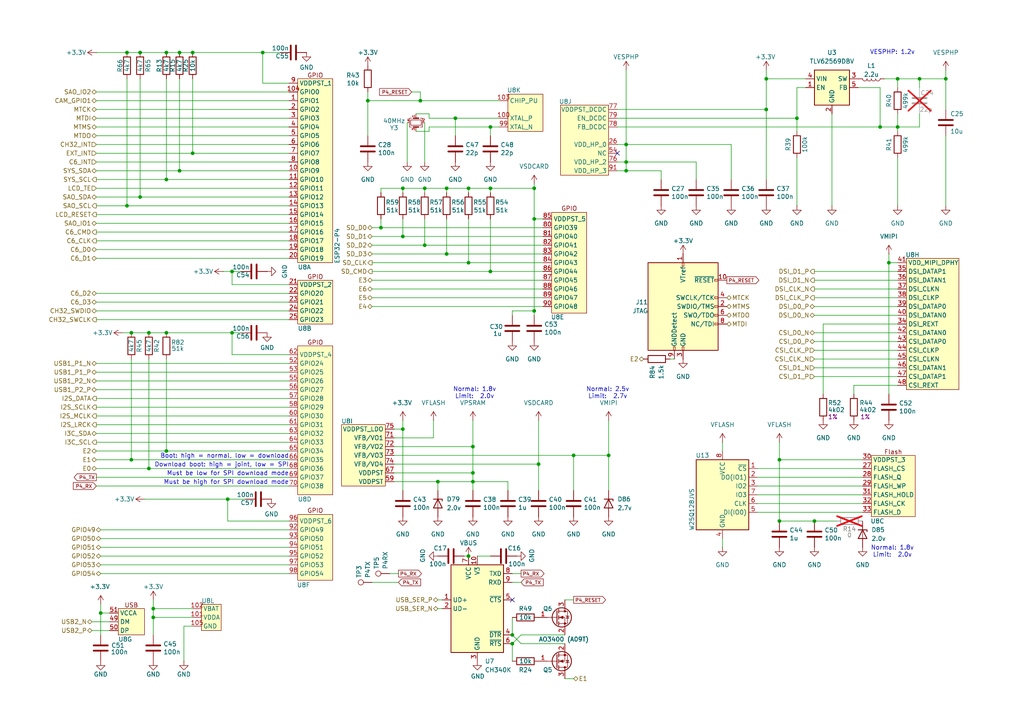
<source format=kicad_sch>
(kicad_sch (version 20231120) (generator "eeschema") (generator_version "8.0")
  (paper "A4")
  (title_block (title "WHY2025 badge") (date "2024-09-12") (rev "Prototype 2") (company "Badge.Team") (comment 1 "Copyright 2024 Nicolai Electronics") (comment 2 "License: CERN-OHL-P") (comment 3 "Untested prototype design") (comment 4 "(Work in progress!)"))
  (junction (at 156.21 134.62))
  (junction (at 142.24 36.83))
  (junction (at 222.25 31.75))
  (junction (at 40.64 15.24))
  (junction (at 266.7 22.86))
  (junction (at 148.59 186.69))
  (junction (at 76.2 15.24))
  (junction (at 52.07 49.53))
  (junction (at 55.88 44.45))
  (junction (at 48.26 130.81))
  (junction (at 181.61 46.99))
  (junction (at 154.94 54.61))
  (junction (at 231.14 34.29))
  (junction (at 135.89 76.2))
  (junction (at 43.18 135.89))
  (junction (at 135.89 54.61))
  (junction (at 55.88 15.24))
  (junction (at 274.32 22.86))
  (junction (at 137.16 137.16))
  (junction (at 142.24 78.74))
  (junction (at 226.06 133.35))
  (junction (at 181.61 49.53))
  (junction (at 137.16 129.54))
  (junction (at 43.18 96.52))
  (junction (at 116.84 54.61))
  (junction (at 66.04 144.78))
  (junction (at 260.35 36.83))
  (junction (at 106.68 29.21))
  (junction (at 48.26 96.52))
  (junction (at 135.89 161.29))
  (junction (at 222.25 22.86))
  (junction (at 44.45 179.07))
  (junction (at 176.53 132.08))
  (junction (at 129.54 73.66))
  (junction (at 67.31 96.52))
  (junction (at 137.16 139.7))
  (junction (at 116.84 124.46))
  (junction (at 236.22 151.13))
  (junction (at 67.31 78.74))
  (junction (at 48.26 52.07))
  (junction (at 257.81 76.2))
  (junction (at 36.83 59.69))
  (junction (at 123.19 71.12))
  (junction (at 38.1 96.52))
  (junction (at 52.07 15.24))
  (junction (at 260.35 22.86))
  (junction (at 127 139.7))
  (junction (at 181.61 41.91))
  (junction (at 166.37 132.08))
  (junction (at 116.84 68.58))
  (junction (at 148.59 184.15))
  (junction (at 142.24 54.61))
  (junction (at 40.64 57.15))
  (junction (at 154.94 63.5))
  (junction (at 226.06 151.13))
  (junction (at 44.45 176.53))
  (junction (at 29.21 177.8))
  (junction (at 123.19 54.61))
  (junction (at 129.54 54.61))
  (junction (at 132.08 34.29))
  (junction (at 121.92 29.21))
  (junction (at 48.26 15.24))
  (junction (at 110.49 66.04))
  (junction (at 154.94 90.17))
  (junction (at 38.1 133.35))
  (junction (at 255.27 36.83))
  (junction (at 36.83 15.24))
  (no_connect (at 179.07 44.45))
  (no_connect (at 148.59 173.99))
  (wire (pts (xy 106.68 29.21) (xy 106.68 39.37)))
  (wire (pts (xy 83.82 24.13) (xy 76.2 24.13)))
  (wire (pts (xy 274.32 20.32) (xy 274.32 22.86)))
  (wire (pts (xy 107.95 88.9) (xy 157.48 88.9)))
  (wire (pts (xy 27.94 36.83) (xy 83.82 36.83)))
  (wire (pts (xy 67.31 78.74) (xy 67.31 82.55)))
  (wire (pts (xy 66.04 144.78) (xy 71.12 144.78)))
  (wire (pts (xy 142.24 36.83) (xy 124.46 36.83)))
  (wire (pts (xy 132.08 34.29) (xy 132.08 39.37)))
  (wire (pts (xy 29.21 156.21) (xy 83.82 156.21)))
  (wire (pts (xy 179.07 34.29) (xy 231.14 34.29)))
  (wire (pts (xy 137.16 121.92) (xy 137.16 129.54)))
  (wire (pts (xy 48.26 96.52) (xy 67.31 96.52)))
  (wire (pts (xy 29.21 166.37) (xy 83.82 166.37)))
  (wire (pts (xy 124.46 33.02) (xy 120.65 33.02)))
  (wire (pts (xy 116.84 63.5) (xy 116.84 68.58)))
  (wire (pts (xy 250.19 133.35) (xy 226.06 133.35)))
  (wire (pts (xy 48.26 130.81) (xy 83.82 130.81)))
  (wire (pts (xy 26.67 180.34) (xy 31.75 180.34)))
  (wire (pts (xy 27.94 54.61) (xy 83.82 54.61)))
  (wire (pts (xy 142.24 78.74) (xy 157.48 78.74)))
  (wire (pts (xy 142.24 63.5) (xy 142.24 78.74)))
  (wire (pts (xy 194.31 104.14) (xy 195.58 104.14)))
  (wire (pts (xy 151.13 168.91) (xy 148.59 168.91)))
  (wire (pts (xy 29.21 161.29) (xy 83.82 161.29)))
  (wire (pts (xy 114.3 137.16) (xy 137.16 137.16)))
  (wire (pts (xy 142.24 36.83) (xy 142.24 39.37)))
  (wire (pts (xy 212.09 41.91) (xy 212.09 52.07)))
  (wire (pts (xy 27.94 118.11) (xy 83.82 118.11)))
  (wire (pts (xy 181.61 49.53) (xy 191.77 49.53)))
  (wire (pts (xy 27.94 31.75) (xy 83.82 31.75)))
  (wire (pts (xy 116.84 121.92) (xy 116.84 124.46)))
  (wire (pts (xy 179.07 46.99) (xy 181.61 46.99)))
  (wire (pts (xy 156.21 134.62) (xy 156.21 142.24)))
  (wire (pts (xy 27.94 46.99) (xy 83.82 46.99)))
  (wire (pts (xy 27.94 41.91) (xy 83.82 41.91)))
  (wire (pts (xy 127 139.7) (xy 127 142.24)))
  (wire (pts (xy 40.64 15.24) (xy 48.26 15.24)))
  (wire (pts (xy 107.95 83.82) (xy 157.48 83.82)))
  (wire (pts (xy 27.94 72.39) (xy 83.82 72.39)))
  (wire (pts (xy 236.22 81.28) (xy 260.35 81.28)))
  (wire (pts (xy 106.68 29.21) (xy 121.92 29.21)))
  (wire (pts (xy 110.49 63.5) (xy 110.49 66.04)))
  (wire (pts (xy 127 139.7) (xy 137.16 139.7)))
  (wire (pts (xy 219.71 143.51) (xy 250.19 143.51)))
  (wire (pts (xy 55.88 176.53) (xy 44.45 176.53)))
  (wire (pts (xy 55.88 181.61) (xy 53.34 181.61)))
  (wire (pts (xy 181.61 46.99) (xy 181.61 49.53)))
  (wire (pts (xy 27.94 140.97) (xy 83.82 140.97)))
  (wire (pts (xy 52.07 22.86) (xy 52.07 49.53)))
  (wire (pts (xy 179.07 31.75) (xy 222.25 31.75)))
  (wire (pts (xy 179.07 36.83) (xy 255.27 36.83)))
  (wire (pts (xy 176.53 142.24) (xy 176.53 132.08)))
  (wire (pts (xy 27.94 62.23) (xy 83.82 62.23)))
  (wire (pts (xy 27.94 110.49) (xy 83.82 110.49)))
  (wire (pts (xy 148.59 184.15) (xy 148.59 179.07)))
  (wire (pts (xy 151.13 166.37) (xy 148.59 166.37)))
  (wire (pts (xy 137.16 137.16) (xy 137.16 139.7)))
  (wire (pts (xy 147.32 139.7) (xy 147.32 142.24)))
  (wire (pts (xy 124.46 36.83) (xy 124.46 38.1)))
  (wire (pts (xy 154.94 63.5) (xy 154.94 90.17)))
  (wire (pts (xy 48.26 104.14) (xy 48.26 130.81)))
  (wire (pts (xy 29.21 175.26) (xy 29.21 177.8)))
  (wire (pts (xy 148.59 186.69) (xy 151.13 184.15)))
  (wire (pts (xy 132.08 34.29) (xy 124.46 34.29)))
  (wire (pts (xy 222.25 22.86) (xy 233.68 22.86)))
  (wire (pts (xy 116.84 68.58) (xy 157.48 68.58)))
  (wire (pts (xy 154.94 54.61) (xy 154.94 63.5)))
  (wire (pts (xy 114.3 134.62) (xy 156.21 134.62)))
  (wire (pts (xy 67.31 96.52) (xy 69.85 96.52)))
  (wire (pts (xy 36.83 15.24) (xy 40.64 15.24)))
  (wire (pts (xy 38.1 133.35) (xy 83.82 133.35)))
  (wire (pts (xy 201.93 46.99) (xy 201.93 52.07)))
  (wire (pts (xy 55.88 15.24) (xy 76.2 15.24)))
  (wire (pts (xy 166.37 132.08) (xy 166.37 142.24)))
  (wire (pts (xy 256.54 22.86) (xy 260.35 22.86)))
  (wire (pts (xy 148.59 186.69) (xy 148.59 191.77)))
  (wire (pts (xy 29.21 158.75) (xy 83.82 158.75)))
  (wire (pts (xy 266.7 22.86) (xy 274.32 22.86)))
  (wire (pts (xy 274.32 39.37) (xy 274.32 59.69)))
  (wire (pts (xy 123.19 63.5) (xy 123.19 71.12)))
  (wire (pts (xy 64.77 78.74) (xy 67.31 78.74)))
  (wire (pts (xy 129.54 73.66) (xy 157.48 73.66)))
  (wire (pts (xy 27.94 125.73) (xy 83.82 125.73)))
  (wire (pts (xy 166.37 173.99) (xy 163.83 173.99)))
  (wire (pts (xy 115.57 168.91) (xy 107.95 168.91)))
  (wire (pts (xy 44.45 176.53) (xy 44.45 179.07)))
  (wire (pts (xy 142.24 54.61) (xy 142.24 55.88)))
  (wire (pts (xy 67.31 82.55) (xy 83.82 82.55)))
  (wire (pts (xy 27.94 64.77) (xy 83.82 64.77)))
  (wire (pts (xy 123.19 54.61) (xy 123.19 55.88)))
  (wire (pts (xy 114.3 132.08) (xy 166.37 132.08)))
  (wire (pts (xy 107.95 73.66) (xy 129.54 73.66)))
  (wire (pts (xy 27.94 107.95) (xy 83.82 107.95)))
  (wire (pts (xy 236.22 91.44) (xy 260.35 91.44)))
  (wire (pts (xy 106.68 26.67) (xy 106.68 29.21)))
  (wire (pts (xy 116.84 124.46) (xy 116.84 142.24)))
  (wire (pts (xy 274.32 22.86) (xy 274.32 31.75)))
  (wire (pts (xy 43.18 96.52) (xy 48.26 96.52)))
  (wire (pts (xy 66.04 144.78) (xy 66.04 151.13)))
  (wire (pts (xy 181.61 46.99) (xy 201.93 46.99)))
  (wire (pts (xy 76.2 15.24) (xy 76.2 24.13)))
  (wire (pts (xy 156.21 121.92) (xy 156.21 134.62)))
  (wire (pts (xy 129.54 54.61) (xy 129.54 55.88)))
  (wire (pts (xy 48.26 15.24) (xy 52.07 15.24)))
  (wire (pts (xy 110.49 54.61) (xy 110.49 55.88)))
  (wire (pts (xy 151.13 184.15) (xy 163.83 184.15)))
  (wire (pts (xy 129.54 54.61) (xy 123.19 54.61)))
  (wire (pts (xy 27.94 128.27) (xy 83.82 128.27)))
  (wire (pts (xy 27.94 115.57) (xy 83.82 115.57)))
  (wire (pts (xy 29.21 177.8) (xy 31.75 177.8)))
  (wire (pts (xy 83.82 151.13) (xy 66.04 151.13)))
  (wire (pts (xy 48.26 22.86) (xy 48.26 52.07)))
  (wire (pts (xy 125.73 121.92) (xy 125.73 127)))
  (wire (pts (xy 236.22 101.6) (xy 260.35 101.6)))
  (wire (pts (xy 226.06 128.27) (xy 226.06 133.35)))
  (wire (pts (xy 36.83 22.86) (xy 36.83 59.69)))
  (wire (pts (xy 236.22 151.13) (xy 242.57 151.13)))
  (wire (pts (xy 241.3 33.02) (xy 241.3 59.69)))
  (wire (pts (xy 219.71 146.05) (xy 250.19 146.05)))
  (wire (pts (xy 27.94 85.09) (xy 83.82 85.09)))
  (wire (pts (xy 27.94 67.31) (xy 83.82 67.31)))
  (wire (pts (xy 44.45 179.07) (xy 55.88 179.07)))
  (wire (pts (xy 219.71 138.43) (xy 250.19 138.43)))
  (wire (pts (xy 135.89 54.61) (xy 135.89 55.88)))
  (wire (pts (xy 154.94 90.17) (xy 154.94 91.44)))
  (wire (pts (xy 27.94 26.67) (xy 83.82 26.67)))
  (wire (pts (xy 137.16 129.54) (xy 137.16 137.16)))
  (wire (pts (xy 27.94 87.63) (xy 83.82 87.63)))
  (wire (pts (xy 121.92 29.21) (xy 144.78 29.21)))
  (wire (pts (xy 151.13 186.69) (xy 163.83 186.69)))
  (wire (pts (xy 191.77 49.53) (xy 191.77 52.07)))
  (wire (pts (xy 55.88 22.86) (xy 55.88 44.45)))
  (wire (pts (xy 107.95 81.28) (xy 157.48 81.28)))
  (wire (pts (xy 179.07 49.53) (xy 181.61 49.53)))
  (wire (pts (xy 27.94 105.41) (xy 83.82 105.41)))
  (wire (pts (xy 134.62 161.29) (xy 135.89 161.29)))
  (wire (pts (xy 247.65 111.76) (xy 247.65 114.3)))
  (wire (pts (xy 35.56 96.52) (xy 38.1 96.52)))
  (wire (pts (xy 52.07 15.24) (xy 55.88 15.24)))
  (wire (pts (xy 148.59 91.44) (xy 148.59 90.17)))
  (wire (pts (xy 135.89 54.61) (xy 129.54 54.61)))
  (wire (pts (xy 257.81 76.2) (xy 257.81 114.3)))
  (wire (pts (xy 219.71 148.59) (xy 250.19 148.59)))
  (wire (pts (xy 27.94 39.37) (xy 83.82 39.37)))
  (wire (pts (xy 52.07 49.53) (xy 83.82 49.53)))
  (wire (pts (xy 129.54 63.5) (xy 129.54 73.66)))
  (wire (pts (xy 176.53 132.08) (xy 166.37 132.08)))
  (wire (pts (xy 238.76 93.98) (xy 238.76 114.3)))
  (wire (pts (xy 27.94 90.17) (xy 83.82 90.17)))
  (wire (pts (xy 38.1 96.52) (xy 43.18 96.52)))
  (wire (pts (xy 248.92 25.4) (xy 255.27 25.4)))
  (wire (pts (xy 29.21 153.67) (xy 83.82 153.67)))
  (wire (pts (xy 44.45 176.53) (xy 44.45 173.99)))
  (wire (pts (xy 266.7 22.86) (xy 266.7 25.4)))
  (wire (pts (xy 179.07 41.91) (xy 181.61 41.91)))
  (wire (pts (xy 260.35 59.69) (xy 260.35 45.72)))
  (wire (pts (xy 255.27 36.83) (xy 260.35 36.83)))
  (wire (pts (xy 260.35 111.76) (xy 247.65 111.76)))
  (wire (pts (xy 127 173.99) (xy 128.27 173.99)))
  (wire (pts (xy 29.21 163.83) (xy 83.82 163.83)))
  (wire (pts (xy 27.94 44.45) (xy 55.88 44.45)))
  (wire (pts (xy 43.18 104.14) (xy 43.18 135.89)))
  (wire (pts (xy 236.22 83.82) (xy 260.35 83.82)))
  (wire (pts (xy 260.35 22.86) (xy 260.35 25.4)))
  (wire (pts (xy 260.35 93.98) (xy 238.76 93.98)))
  (wire (pts (xy 166.37 196.85) (xy 163.83 196.85)))
  (wire (pts (xy 27.94 133.35) (xy 38.1 133.35)))
  (wire (pts (xy 107.95 66.04) (xy 110.49 66.04)))
  (wire (pts (xy 107.95 71.12) (xy 123.19 71.12)))
  (wire (pts (xy 27.94 15.24) (xy 36.83 15.24)))
  (wire (pts (xy 27.94 52.07) (xy 48.26 52.07)))
  (wire (pts (xy 44.45 179.07) (xy 44.45 184.15)))
  (wire (pts (xy 36.83 59.69) (xy 83.82 59.69)))
  (wire (pts (xy 138.43 161.29) (xy 142.24 161.29)))
  (wire (pts (xy 107.95 68.58) (xy 116.84 68.58)))
  (wire (pts (xy 236.22 86.36) (xy 260.35 86.36)))
  (wire (pts (xy 219.71 140.97) (xy 250.19 140.97)))
  (wire (pts (xy 114.3 139.7) (xy 127 139.7)))
  (wire (pts (xy 236.22 106.68) (xy 260.35 106.68)))
  (wire (pts (xy 27.94 59.69) (xy 36.83 59.69)))
  (wire (pts (xy 40.64 22.86) (xy 40.64 57.15)))
  (wire (pts (xy 27.94 138.43) (xy 83.82 138.43)))
  (wire (pts (xy 137.16 139.7) (xy 137.16 142.24)))
  (wire (pts (xy 231.14 59.69) (xy 231.14 45.72)))
  (wire (pts (xy 231.14 25.4) (xy 231.14 34.29)))
  (wire (pts (xy 48.26 52.07) (xy 83.82 52.07)))
  (wire (pts (xy 144.78 36.83) (xy 142.24 36.83)))
  (wire (pts (xy 266.7 22.86) (xy 260.35 22.86)))
  (wire (pts (xy 181.61 41.91) (xy 181.61 46.99)))
  (wire (pts (xy 124.46 38.1) (xy 120.65 38.1)))
  (wire (pts (xy 260.35 76.2) (xy 257.81 76.2)))
  (wire (pts (xy 107.95 78.74) (xy 142.24 78.74)))
  (wire (pts (xy 107.95 76.2) (xy 135.89 76.2)))
  (wire (pts (xy 236.22 109.22) (xy 260.35 109.22)))
  (wire (pts (xy 26.67 182.88) (xy 31.75 182.88)))
  (wire (pts (xy 209.55 158.75) (xy 209.55 156.21)))
  (wire (pts (xy 27.94 130.81) (xy 48.26 130.81)))
  (wire (pts (xy 27.94 123.19) (xy 83.82 123.19)))
  (wire (pts (xy 222.25 31.75) (xy 222.25 22.86)))
  (wire (pts (xy 226.06 151.13) (xy 236.22 151.13)))
  (wire (pts (xy 124.46 34.29) (xy 124.46 33.02)))
  (wire (pts (xy 236.22 78.74) (xy 260.35 78.74)))
  (wire (pts (xy 29.21 184.15) (xy 29.21 177.8)))
  (wire (pts (xy 116.84 54.61) (xy 110.49 54.61)))
  (wire (pts (xy 148.59 184.15) (xy 151.13 186.69)))
  (wire (pts (xy 260.35 36.83) (xy 260.35 33.02)))
  (wire (pts (xy 27.94 92.71) (xy 83.82 92.71)))
  (wire (pts (xy 236.22 104.14) (xy 260.35 104.14)))
  (wire (pts (xy 176.53 121.92) (xy 176.53 132.08)))
  (wire (pts (xy 154.94 63.5) (xy 157.48 63.5)))
  (wire (pts (xy 27.94 113.03) (xy 83.82 113.03)))
  (wire (pts (xy 154.94 53.34) (xy 154.94 54.61)))
  (wire (pts (xy 181.61 41.91) (xy 212.09 41.91)))
  (wire (pts (xy 41.91 144.78) (xy 66.04 144.78)))
  (wire (pts (xy 53.34 181.61) (xy 53.34 191.77)))
  (wire (pts (xy 27.94 29.21) (xy 83.82 29.21)))
  (wire (pts (xy 266.7 36.83) (xy 266.7 33.02)))
  (wire (pts (xy 107.95 86.36) (xy 157.48 86.36)))
  (wire (pts (xy 55.88 44.45) (xy 83.82 44.45)))
  (wire (pts (xy 219.71 135.89) (xy 250.19 135.89)))
  (wire (pts (xy 142.24 54.61) (xy 135.89 54.61)))
  (wire (pts (xy 27.94 49.53) (xy 52.07 49.53)))
  (wire (pts (xy 260.35 36.83) (xy 266.7 36.83)))
  (wire (pts (xy 123.19 35.56) (xy 123.19 46.99)))
  (wire (pts (xy 40.64 57.15) (xy 83.82 57.15)))
  (wire (pts (xy 236.22 99.06) (xy 260.35 99.06)))
  (wire (pts (xy 127 176.53) (xy 128.27 176.53)))
  (wire (pts (xy 144.78 34.29) (xy 132.08 34.29)))
  (wire (pts (xy 226.06 133.35) (xy 226.06 151.13)))
  (wire (pts (xy 231.14 25.4) (xy 233.68 25.4)))
  (wire (pts (xy 76.2 15.24) (xy 81.28 15.24)))
  (wire (pts (xy 121.92 26.67) (xy 121.92 29.21)))
  (wire (pts (xy 135.89 76.2) (xy 135.89 63.5)))
  (wire (pts (xy 236.22 96.52) (xy 260.35 96.52)))
  (wire (pts (xy 114.3 127) (xy 125.73 127)))
  (wire (pts (xy 38.1 104.14) (xy 38.1 133.35)))
  (wire (pts (xy 137.16 139.7) (xy 147.32 139.7)))
  (wire (pts (xy 43.18 135.89) (xy 83.82 135.89)))
  (wire (pts (xy 27.94 120.65) (xy 83.82 120.65)))
  (wire (pts (xy 255.27 25.4) (xy 255.27 36.83)))
  (wire (pts (xy 116.84 54.61) (xy 116.84 55.88)))
  (wire (pts (xy 114.3 124.46) (xy 116.84 124.46)))
  (wire (pts (xy 135.89 76.2) (xy 157.48 76.2)))
  (wire (pts (xy 222.25 20.32) (xy 222.25 22.86)))
  (wire (pts (xy 67.31 96.52) (xy 67.31 102.87)))
  (wire (pts (xy 222.25 31.75) (xy 222.25 52.07)))
  (wire (pts (xy 118.11 35.56) (xy 118.11 46.99)))
  (wire (pts (xy 114.3 129.54) (xy 137.16 129.54)))
  (wire (pts (xy 27.94 57.15) (xy 40.64 57.15)))
  (wire (pts (xy 27.94 69.85) (xy 83.82 69.85)))
  (wire (pts (xy 67.31 78.74) (xy 69.85 78.74)))
  (wire (pts (xy 236.22 88.9) (xy 260.35 88.9)))
  (wire (pts (xy 27.94 74.93) (xy 83.82 74.93)))
  (wire (pts (xy 209.55 128.27) (xy 209.55 130.81)))
  (wire (pts (xy 257.81 76.2) (xy 257.81 73.66)))
  (wire (pts (xy 67.31 102.87) (xy 83.82 102.87)))
  (wire (pts (xy 123.19 71.12) (xy 157.48 71.12)))
  (wire (pts (xy 113.03 166.37) (xy 115.57 166.37)))
  (wire (pts (xy 27.94 135.89) (xy 43.18 135.89)))
  (wire (pts (xy 260.35 38.1) (xy 260.35 36.83)))
  (wire (pts (xy 119.38 26.67) (xy 121.92 26.67)))
  (wire (pts (xy 181.61 20.32) (xy 181.61 41.91)))
  (wire (pts (xy 142.24 54.61) (xy 154.94 54.61)))
  (wire (pts (xy 148.59 90.17) (xy 154.94 90.17)))
  (wire (pts (xy 123.19 54.61) (xy 116.84 54.61)))
  (wire (pts (xy 27.94 34.29) (xy 83.82 34.29)))
  (wire (pts (xy 231.14 34.29) (xy 231.14 38.1)))
  (wire (pts (xy 110.49 66.04) (xy 157.48 66.04)))
  (text "Normal: 1.8v\nLimit:  2.0v\n" (at 137.668 114.046 0) (effects (font (size 1.27 1.27))))
  (text "Boot: high = normal, low = download" (at 83.82 132.334 0) (effects (font (size 1.27 1.27)) (justify right)))
  (text "Must be high for SPI download mode" (at 83.82 139.954 0) (effects (font (size 1.27 1.27)) (justify right)))
  (text "Normal: 1.8v\nLimit:  2.0v\n" (at 258.826 160.02 0) (effects (font (size 1.27 1.27))))
  (text "Normal: 2.5v\nLimit:  2.7v\n" (at 176.276 114.046 0) (effects (font (size 1.27 1.27))))
  (text "Must be low for SPI download mode" (at 83.82 137.414 0) (effects (font (size 1.27 1.27)) (justify right)))
  (text "Download boot: high = joint, low = SPI" (at 83.82 134.874 0) (effects (font (size 1.27 1.27)) (justify right)))
  (text "VESPHP: 1.2v" (at 258.826 15.24 0) (effects (font (size 1.27 1.27))))
  (global_label "P4_RX" (shape input) (at 27.94 140.97 180) (effects (font (size 1.016 1.016))) (property "Intersheetrefs" "${INTERSHEET_REFS}" (effects (hide yes))))
  (global_label "P4_TX" (shape output) (at 27.94 138.43 180) (effects (font (size 1.016 1.016))) (property "Intersheetrefs" "${INTERSHEET_REFS}" (effects (hide yes))))
  (global_label "P4_RESET" (shape input) (at 119.38 26.67 180) (effects (font (size 1.016 1.016))) (property "Intersheetrefs" "${INTERSHEET_REFS}" (effects (hide yes))))
  (global_label "P4_TX" (shape input) (at 151.13 168.91 0) (effects (font (size 1.016 1.016))) (property "Intersheetrefs" "${INTERSHEET_REFS}" (effects (hide yes))))
  (global_label "P4_TX" (shape input) (at 115.57 168.91 0) (effects (font (size 1.016 1.016))) (property "Intersheetrefs" "${INTERSHEET_REFS}" (effects (hide yes))))
  (global_label "P4_RX" (shape output) (at 151.13 166.37 0) (effects (font (size 1.016 1.016))) (property "Intersheetrefs" "${INTERSHEET_REFS}" (effects (hide yes))))
  (global_label "P4_RX" (shape output) (at 115.57 166.37 0) (effects (font (size 1.016 1.016))) (property "Intersheetrefs" "${INTERSHEET_REFS}" (effects (hide yes))))
  (global_label "P4_RESET" (shape output) (at 166.37 173.99 0) (effects (font (size 1.016 1.016))) (property "Intersheetrefs" "${INTERSHEET_REFS}" (effects (hide yes))))
  (global_label "P4_RESET" (shape output) (at 210.82 81.28 0) (effects (font (size 1.016 1.016))) (property "Intersheetrefs" "${INTERSHEET_REFS}" (effects (hide yes))))
  (hierarchical_label "C6_D0" (shape bidirectional) (at 27.94 72.39 180))
  (hierarchical_label "C6_D1" (shape bidirectional) (at 27.94 74.93 180))
  (hierarchical_label "C6_CLK" (shape output) (at 27.94 69.85 180))
  (hierarchical_label "SD_CLK" (shape output) (at 107.95 76.2 180))
  (hierarchical_label "DSI_D0_P" (shape bidirectional) (at 236.22 88.9 180))
  (hierarchical_label "SAO_IO1" (shape bidirectional) (at 27.94 64.77 180))
  (hierarchical_label "CH32_SWDIO" (shape bidirectional) (at 27.94 90.17 180))
  (hierarchical_label "MTCK" (shape bidirectional) (at 210.82 86.36 0))
  (hierarchical_label "USB1_P1_P" (shape bidirectional) (at 27.94 107.95 180))
  (hierarchical_label "SAO_SCL" (shape output) (at 27.94 59.69 180))
  (hierarchical_label "LCD_TE" (shape input) (at 27.94 54.61 180))
  (hierarchical_label "SYS_SCL" (shape output) (at 27.94 52.07 180))
  (hierarchical_label "GPIO53" (shape bidirectional) (at 29.21 163.83 180))
  (hierarchical_label "E2" (shape bidirectional) (at 27.94 130.81 180))
  (hierarchical_label "E1" (shape bidirectional) (at 166.37 196.85 0))
  (hierarchical_label "MTDO" (shape bidirectional) (at 210.82 91.44 0))
  (hierarchical_label "CSI_CLK_N" (shape input) (at 236.22 104.14 180))
  (hierarchical_label "GPIO50" (shape bidirectional) (at 29.21 156.21 180))
  (hierarchical_label "LCD_RESET" (shape output) (at 27.94 62.23 180))
  (hierarchical_label "CSI_CLK_P" (shape input) (at 236.22 101.6 180))
  (hierarchical_label "I2S_DATA" (shape output) (at 27.94 115.57 180))
  (hierarchical_label "E1" (shape bidirectional) (at 27.94 133.35 180))
  (hierarchical_label "DSI_CLK_N" (shape output) (at 236.22 83.82 180))
  (hierarchical_label "USB1_P2_P" (shape bidirectional) (at 27.94 113.03 180))
  (hierarchical_label "C6_CMD" (shape output) (at 27.94 67.31 180))
  (hierarchical_label "E0" (shape bidirectional) (at 27.94 135.89 180))
  (hierarchical_label "I2S_MCLK" (shape output) (at 27.94 120.65 180))
  (hierarchical_label "SD_CMD" (shape output) (at 107.95 78.74 180))
  (hierarchical_label "SD_D2" (shape bidirectional) (at 107.95 71.12 180))
  (hierarchical_label "CSI_D0_P" (shape bidirectional) (at 236.22 99.06 180))
  (hierarchical_label "MTMS" (shape bidirectional) (at 210.82 88.9 0))
  (hierarchical_label "I2S_LRCK" (shape output) (at 27.94 123.19 180))
  (hierarchical_label "GPIO52" (shape bidirectional) (at 29.21 161.29 180))
  (hierarchical_label "MTCK" (shape bidirectional) (at 27.94 31.75 180))
  (hierarchical_label "E6" (shape bidirectional) (at 107.95 83.82 180))
  (hierarchical_label "C6_INT" (shape input) (at 27.94 46.99 180))
  (hierarchical_label "SAO_IO2" (shape bidirectional) (at 27.94 26.67 180))
  (hierarchical_label "CSI_D0_N" (shape bidirectional) (at 236.22 96.52 180))
  (hierarchical_label "DSI_D1_P" (shape output) (at 236.22 78.74 180))
  (hierarchical_label "MTMS" (shape bidirectional) (at 27.94 36.83 180))
  (hierarchical_label "DSI_CLK_P" (shape output) (at 236.22 86.36 180))
  (hierarchical_label "GPIO49" (shape bidirectional) (at 29.21 153.67 180))
  (hierarchical_label "DSI_D0_N" (shape bidirectional) (at 236.22 91.44 180))
  (hierarchical_label "CAM_GPIO1" (shape bidirectional) (at 27.94 29.21 180))
  (hierarchical_label "CH32_INT" (shape input) (at 27.94 41.91 180))
  (hierarchical_label "USB_SER_P" (shape bidirectional) (at 127 173.99 180))
  (hierarchical_label "E4" (shape bidirectional) (at 107.95 88.9 180))
  (hierarchical_label "MTDI" (shape bidirectional) (at 27.94 34.29 180))
  (hierarchical_label "I3C_SCL" (shape output) (at 27.94 128.27 180))
  (hierarchical_label "E2" (shape bidirectional) (at 186.69 104.14 180))
  (hierarchical_label "C6_D3" (shape bidirectional) (at 27.94 87.63 180))
  (hierarchical_label "I2S_SCLK" (shape output) (at 27.94 118.11 180))
  (hierarchical_label "I3C_SDA" (shape bidirectional) (at 27.94 125.73 180))
  (hierarchical_label "EXT_INT" (shape input) (at 27.94 44.45 180))
  (hierarchical_label "SAO_SDA" (shape bidirectional) (at 27.94 57.15 180))
  (hierarchical_label "SD_D0" (shape bidirectional) (at 107.95 66.04 180))
  (hierarchical_label "MTDI" (shape bidirectional) (at 210.82 93.98 0))
  (hierarchical_label "USB_SER_N" (shape bidirectional) (at 127 176.53 180))
  (hierarchical_label "USB1_P2_N" (shape bidirectional) (at 27.94 110.49 180))
  (hierarchical_label "E3" (shape bidirectional) (at 107.95 81.28 180))
  (hierarchical_label "USB2_P" (shape bidirectional) (at 26.67 182.88 180))
  (hierarchical_label "SD_D3" (shape bidirectional) (at 107.95 73.66 180))
  (hierarchical_label "GPIO54" (shape bidirectional) (at 29.21 166.37 180))
  (hierarchical_label "C6_D2" (shape bidirectional) (at 27.94 85.09 180))
  (hierarchical_label "CSI_D1_N" (shape input) (at 236.22 106.68 180))
  (hierarchical_label "DSI_D1_N" (shape output) (at 236.22 81.28 180))
  (hierarchical_label "MTDO" (shape bidirectional) (at 27.94 39.37 180))
  (hierarchical_label "GPIO51" (shape bidirectional) (at 29.21 158.75 180))
  (hierarchical_label "SD_D1" (shape bidirectional) (at 107.95 68.58 180))
  (hierarchical_label "CH32_SWCLK" (shape output) (at 27.94 92.71 180))
  (hierarchical_label "SYS_SDA" (shape bidirectional) (at 27.94 49.53 180))
  (hierarchical_label "USB1_P1_N" (shape bidirectional) (at 27.94 105.41 180))
  (hierarchical_label "E5" (shape bidirectional) (at 107.95 86.36 180))
  (hierarchical_label "CSI_D1_P" (shape input) (at 236.22 109.22 180))
  (hierarchical_label "USB2_N" (shape bidirectional) (at 26.67 180.34 180))
  (symbol (lib_id "power:+3.3V") (at 64.77 78.74 90) (unit 1)
    (property "Reference" "#PWR0185" (effects (hide yes)))
    (property "Value" "+3.3V" (at 58.928 78.74 90))
    (property "Description" "Power symbol creates a global label with name \"+3.3V\"" (effects (hide yes)))
  )
  (symbol (lib_id "Interface_USB:CH340K") (at 138.43 176.53 0) (unit 1)
    (property "Reference" "U7" (at 140.6241 191.77 0) (effects (justify left)))
    (property "Value" "CH340K" (at 140.6241 194.31 0) (effects (justify left)))
    (property "Footprint" "Package_SO:SSOP-10-1EP_3.9x4.9mm_P1mm_EP2.1x3.3mm" (effects (hide yes)))
    (property "Datasheet" "https://cdn.sparkfun.com/assets/5/0/a/8/5/CH340DS1.PDF" (effects (hide yes)))
    (property "Description" "USB serial converter, UART, SSOP-10" (effects (hide yes)))
    (property "LCSC" "C18208922" (effects (hide yes)))
  )
  (symbol (lib_id "power:GND") (at 44.45 191.77 0) (unit 1)
    (property "Reference" "#PWR0155" (effects (hide yes)))
    (property "Value" "GND" (at 44.45 195.58 0))
  )
  (symbol (lib_id "power:+3.3V") (at 198.12 73.66 0) (unit 1)
    (property "Reference" "#PWR0300" (effects (hide yes)))
    (property "Value" "+3.3V" (at 198.12 69.85 0))
    (property "Description" "Power symbol creates a global label with name \"+3.3V\"" (effects (hide yes)))
  )
  (symbol (lib_id "power:+3.3V") (at 41.91 144.78 90) (unit 1)
    (property "Reference" "#PWR0181" (effects (hide yes)))
    (property "Value" "+3.3V" (at 36.068 144.78 90))
    (property "Description" "Power symbol creates a global label with name \"+3.3V\"" (effects (hide yes)))
  )
  (symbol (lib_id "Device:R") (at 260.35 41.91 180) (unit 1)
    (property "Reference" "R41" (at 257.81 41.91 90))
    (property "Value" "499k" (at 262.636 41.91 90))
    (property "Footprint" "Resistor_SMD:R_0402_1005Metric" (effects (hide yes)))
    (property "Datasheet" "https://www.lcsc.com/product-detail/Chip-Resistor-Surface-Mount_YAGEO-RC0402FR-07499KL_C137971.html" (effects (hide yes)))
    (property "LCSC" "C137971" (effects (hide yes)))
  )
  (symbol (lib_id "power:GND") (at 77.47 78.74 90) (unit 1)
    (property "Reference" "#PWR0179" (effects (hide yes)))
    (property "Value" "GND" (at 82.55 78.74 0))
  )
  (symbol (lib_id "power:GND") (at 236.22 158.75 0) (unit 1)
    (property "Reference" "#PWR0170" (effects (hide yes)))
    (property "Value" "GND" (at 236.22 163.83 0))
  )
  (symbol (lib_id "Device:D_Zener") (at 250.19 154.94 270) (unit 1)
    (property "Reference" "D85" (at 252.73 153.6699 90) (effects (justify left)))
    (property "Value" "2.0v" (at 252.73 156.2099 90) (effects (justify left)))
    (property "Footprint" "Diode_SMD:D_SOD-123" (effects (hide yes)))
    (property "Datasheet" "https://wmsc.lcsc.com/wmsc/upload/file/pdf/v2/lcsc/2204121100_Shandong-Jingdao-Microelectronics-BZT52C2V0_C438287.pdf" (effects (hide yes)))
    (property "Description" "1.91V~2.09V 500mW  Zener Diode" (effects (hide yes)))
    (property "LCSC" "C438287" (effects (hide yes)))
  )
  (symbol (lib_id "Connector:TestPoint") (at 113.03 166.37 90) (mirror x) (unit 1) (in_bom no)
    (property "Reference" "TP5" (at 109.22 165.1 0) (effects (justify right)))
    (property "Value" "P4RX" (at 111.76 165.1 0) (effects (justify right)))
    (property "Footprint" "TestPoint:TestPoint_Pad_D1.0mm" (effects (hide yes)))
    (property "Datasheet" "-" (effects (hide yes)))
    (property "Description" "test point" (effects (hide yes)))
    (property "LCSC" "-" (effects (hide yes)))
  )
  (symbol (lib_id "symbols:C") (at 257.81 118.11 0) (unit 1)
    (property "Reference" "C52" (at 260.731 116.9416 0) (effects (justify left)))
    (property "Value" "100n" (at 260.731 119.253 0) (effects (justify left)))
    (property "Footprint" "Capacitor_SMD:C_0402_1005Metric" (effects (hide yes)))
    (property "Datasheet" "https://datasheet.lcsc.com/lcsc/2304140030_Samsung-Electro-Mechanics-CL05B104KB54PNC_C307331.pdf" (effects (hide yes)))
    (property "LCSC" "C307331" (effects (hide yes)))
  )
  (symbol (lib_id "power:GND") (at 123.19 46.99 0) (unit 1)
    (property "Reference" "#PWR0159" (effects (hide yes)))
    (property "Value" "GND" (at 123.19 52.07 0))
  )
  (symbol (lib_id "custom-power:VESPHP") (at 181.61 20.32 0) (unit 1)
    (property "Reference" "#PWR0116" (effects (hide yes)))
    (property "Value" "VESPHP" (at 181.61 16.51 0))
    (property "Description" "Power symbol creates a global label with name \"VESPHP\"" (effects (hide yes)))
  )
  (symbol (lib_id "power:GND") (at 231.14 59.69 0) (unit 1)
    (property "Reference" "#PWR0104" (effects (hide yes)))
    (property "Value" "GND" (at 231.14 64.77 0))
  )
  (symbol (lib_id "power:GND") (at 127 149.86 0) (unit 1)
    (property "Reference" "#PWR024" (effects (hide yes)))
    (property "Value" "GND" (at 127 154.94 0))
  )
  (symbol (lib_id "Device:R") (at 110.49 59.69 0) (mirror x) (unit 1)
    (property "Reference" "R59" (at 113.792 58.674 0))
    (property "Value" "51k" (at 113.792 60.96 0))
    (property "Footprint" "Resistor_SMD:R_0402_1005Metric" (effects (hide yes)))
    (property "Datasheet" "https://www.lcsc.com/product-detail/Chip-Resistor-Surface-Mount_UNI-ROYAL-Uniroyal-Elec-0402WGF5102TCE_C25794.html" (effects (hide yes)))
    (property "LCSC" "C25794" (effects (hide yes)))
  )
  (symbol (lib_id "custom-power:VPSRAM") (at 137.16 121.92 0) (unit 1)
    (property "Reference" "#PWR0164" (effects (hide yes)))
    (property "Value" "VPSRAM" (at 137.16 116.84 0))
    (property "Description" "Power symbol creates a global label with name \"VPSRAM\"" (effects (hide yes)))
  )
  (symbol (lib_id "esp32-p4:ESP32-P4") (at 105.41 132.08 0) (mirror y) (unit 9)
    (property "Reference" "U8" (at 102.362 122.174 0) (effects (justify left)))
    (property "Value" "ESP32-P4" (effects (hide yes)))
    (property "Footprint" "library:QFN-104_EP_10x10_Pitch0.35mm-ESP32-P4" (effects (hide yes)))
    (property "Datasheet" "-" (effects (hide yes)))
    (property "LCSC" "C22387510" (effects (hide yes)))
  )
  (symbol (lib_id "Device:R") (at 43.18 100.33 180) (unit 1)
    (property "Reference" "R42" (at 45.466 100.33 90))
    (property "Value" "4k7" (at 43.18 100.33 90))
    (property "Footprint" "Resistor_SMD:R_0402_1005Metric" (effects (hide yes)))
    (property "Datasheet" "https://datasheet.lcsc.com/lcsc/2110260030_UNI-ROYAL-Uniroyal-Elec-0402WGF4701TCE_C25900.pdf" (effects (hide yes)))
    (property "LCSC" "C25900" (effects (hide yes)))
  )
  (symbol (lib_id "Device:R") (at 116.84 59.69 0) (mirror x) (unit 1)
    (property "Reference" "R58" (at 120.142 58.674 0))
    (property "Value" "51k" (at 120.142 60.96 0))
    (property "Footprint" "Resistor_SMD:R_0402_1005Metric" (effects (hide yes)))
    (property "Datasheet" "https://www.lcsc.com/product-detail/Chip-Resistor-Surface-Mount_UNI-ROYAL-Uniroyal-Elec-0402WGF5102TCE_C25794.html" (effects (hide yes)))
    (property "LCSC" "C25794" (effects (hide yes)))
  )
  (symbol (lib_id "power:GND") (at 142.24 46.99 0) (unit 1)
    (property "Reference" "#PWR0161" (effects (hide yes)))
    (property "Value" "GND" (at 142.24 52.07 0))
  )
  (symbol (lib_id "esp32-p4:ESP32-P4") (at 91.44 158.75 0) (unit 6)
    (property "Reference" "U8" (at 86.106 169.672 0) (effects (justify left)))
    (property "Value" "ESP32-P4" (effects (hide yes)))
    (property "Footprint" "library:QFN-104_EP_10x10_Pitch0.35mm-ESP32-P4" (effects (hide yes)))
    (property "Datasheet" "-" (effects (hide yes)))
    (property "LCSC" "C22387510" (effects (hide yes)))
  )
  (symbol (lib_id "power:GND") (at 238.76 121.92 0) (unit 1)
    (property "Reference" "#PWR0176" (effects (hide yes)))
    (property "Value" "GND" (at 238.76 127 0))
  )
  (symbol (lib_id "power:GND") (at 53.34 191.77 0) (unit 1)
    (property "Reference" "#PWR0105" (effects (hide yes)))
    (property "Value" "GND" (at 53.34 195.58 0))
    (property "Description" "Power symbol creates a global label with name \"GND\" , ground" (effects (hide yes)))
  )
  (symbol (lib_id "Device:R") (at 55.88 19.05 180) (unit 1)
    (property "Reference" "R25" (at 53.848 19.05 90))
    (property "Value" "10k" (at 55.88 19.05 90))
    (property "Footprint" "Resistor_SMD:R_0402_1005Metric" (effects (hide yes)))
    (property "Datasheet" "https://datasheet.lcsc.com/lcsc/2304140030_YAGEO-RC0402FR-0710KL_C60490.pdf" (effects (hide yes)))
    (property "LCSC" "C60490" (effects (hide yes)))
  )
  (symbol (lib_id "Device:Crystal_GND24_Small") (at 120.65 35.56 90) (mirror x) (unit 1)
    (property "Reference" "Y3" (at 114.3 37.084 90))
    (property "Value" "40MHz" (at 114.3 35.052 90))
    (property "Footprint" "Crystal:Crystal_SMD_3225-4Pin_3.2x2.5mm" (effects (hide yes)))
    (property "Datasheet" "https://datasheet.lcsc.com/lcsc/2210252030_TKD-SX32Y040000BC1T001_C337678.pdf" (effects (hide yes)))
    (property "Description" "SX32Y040000MF1T-SU" (effects (hide yes)))
    (property "LCSC" "C337678" (effects (hide yes)))
  )
  (symbol (lib_id "symbols:C") (at 132.08 43.18 0) (unit 1)
    (property "Reference" "C47" (at 135.001 42.0116 0) (effects (justify left)))
    (property "Value" "22p" (at 135.001 44.323 0) (effects (justify left)))
    (property "Footprint" "Capacitor_SMD:C_0402_1005Metric" (effects (hide yes)))
    (property "Datasheet" "https://datasheet.lcsc.com/lcsc/2304140030_FH--Guangdong-Fenghua-Advanced-Tech-0402CG220J500NT_C1555.pdf" (effects (hide yes)))
    (property "LCSC" "C1555" (effects (hide yes)))
  )
  (symbol (lib_id "power:GND") (at 274.32 59.69 0) (unit 1)
    (property "Reference" "#PWR0113" (effects (hide yes)))
    (property "Value" "GND" (at 274.32 64.77 0))
  )
  (symbol (lib_id "esp32-p4:ESP32-P4") (at 270.51 93.98 0) (unit 8)
    (property "Reference" "U8" (at 262.636 73.914 0) (effects (justify left)))
    (property "Value" "ESP32-P4" (effects (hide yes)))
    (property "Footprint" "library:QFN-104_EP_10x10_Pitch0.35mm-ESP32-P4" (effects (hide yes)))
    (property "Datasheet" "-" (effects (hide yes)))
    (property "LCSC" "C22387510" (effects (hide yes)))
  )
  (symbol (lib_id "power:GND") (at 147.32 149.86 0) (unit 1)
    (property "Reference" "#PWR0145" (effects (hide yes)))
    (property "Value" "GND" (at 147.32 154.94 0))
  )
  (symbol (lib_id "Regulator_Switching:TLV62569DBV") (at 241.3 25.4 0) (unit 1)
    (property "Reference" "U3" (at 241.3 15.24 0))
    (property "Value" "TLV62569DBV" (at 241.3 17.78 0))
    (property "Footprint" "Package_TO_SOT_SMD:SOT-23-5" (effects (hide yes)))
    (property "Datasheet" "http://www.ti.com/lit/ds/symlink/tlv62569.pdf" (effects (hide yes)))
    (property "Description" "High Efficiency Synchronous Buck Converter, Adjustable Output 0.6V-5.5V, 2A, SOT-23-5" (effects (hide yes)))
    (property "LCSC" "C141836" (effects (hide yes)))
  )
  (symbol (lib_id "power:GND") (at 260.35 59.69 0) (unit 1)
    (property "Reference" "#PWR0111" (effects (hide yes)))
    (property "Value" "GND" (at 260.35 64.77 0))
  )
  (symbol (lib_id "custom-power:VESPHP") (at 274.32 20.32 0) (unit 1)
    (property "Reference" "#PWR0112" (effects (hide yes)))
    (property "Value" "VESPHP" (at 274.32 15.24 0))
    (property "Description" "Power symbol creates a global label with name \"VESPHP\"" (effects (hide yes)))
  )
  (symbol (lib_id "Device:R") (at 246.38 151.13 90) (unit 1) (in_bom no) (dnp yes)
    (property "Reference" "R14" (at 246.38 153.416 90))
    (property "Value" "0" (at 246.38 155.194 90))
    (property "Footprint" "Resistor_SMD:R_0402_1005Metric" (effects (hide yes)))
  )
  (symbol (lib_id "symbols:C") (at 147.32 146.05 0) (unit 1)
    (property "Reference" "C39" (at 150.241 144.8816 0) (effects (justify left)))
    (property "Value" "1u" (at 150.241 147.193 0) (effects (justify left)))
    (property "Footprint" "Capacitor_SMD:C_0603_1608Metric" (effects (hide yes)))
    (property "Datasheet" "https://datasheet.lcsc.com/lcsc/2304140030_Samsung-Electro-Mechanics-CL05A105KQ5NNNC_C107372.pdf" (effects (hide yes)))
    (property "LCSC" "C5199872" (effects (hide yes)))
  )
  (symbol (lib_id "power:GND") (at 257.81 121.92 0) (unit 1)
    (property "Reference" "#PWR0174" (effects (hide yes)))
    (property "Value" "GND" (at 257.81 127 0))
  )
  (symbol (lib_id "Connector:Conn_ARM_JTAG_SWD_10") (at 198.12 88.9 0) (unit 1)
    (property "Reference" "J11" (at 187.96 87.6299 0) (effects (justify right)))
    (property "Value" "JTAG" (at 187.96 90.1699 0) (effects (justify right)))
    (property "Footprint" "Connector_PinHeader_1.27mm:PinHeader_2x05_P1.27mm_Vertical_SMD" (effects (hide yes)))
    (property "Datasheet" "http://infocenter.arm.com/help/topic/com.arm.doc.ddi0314h/DDI0314H_coresight_components_trm.pdf" (effects (hide yes)))
    (property "Description" "JTAG" (effects (hide yes)))
  )
  (symbol (lib_id "symbols:C") (at 85.09 15.24 90) (unit 1)
    (property "Reference" "C55" (at 83.82 16.256 90) (effects (justify left)))
    (property "Value" "100n" (at 83.82 13.97 90) (effects (justify left)))
    (property "Footprint" "Capacitor_SMD:C_0402_1005Metric" (effects (hide yes)))
    (property "Datasheet" "https://datasheet.lcsc.com/lcsc/2304140030_Samsung-Electro-Mechanics-CL05B104KB54PNC_C307331.pdf" (effects (hide yes)))
    (property "LCSC" "C307331" (effects (hide yes)))
  )
  (symbol (lib_id "Transistor_FET:DMN2050L") (at 161.29 179.07 0) (unit 1)
    (property "Reference" "Q6" (at 157.48 176.53 0) (effects (justify left)))
    (property "Value" "AO3400 (A09T)" (at 156.21 185.42 0) (effects (justify left)))
    (property "Footprint" "Package_TO_SOT_SMD:SOT-23" (effects (hide yes)))
    (property "Datasheet" "http://www.aosmd.com/pdfs/datasheet/ao3400.pdf" (effects (hide yes)))
    (property "LCSC" "C2938367" (effects (hide yes)))
  )
  (symbol (lib_id "power:GND") (at 222.25 59.69 0) (unit 1)
    (property "Reference" "#PWR0143" (effects (hide yes)))
    (property "Value" "GND" (at 222.25 64.77 0))
  )
  (symbol (lib_id "Device:R") (at 129.54 59.69 0) (mirror x) (unit 1)
    (property "Reference" "R56" (at 132.842 58.674 0))
    (property "Value" "51k" (at 132.842 60.96 0))
    (property "Footprint" "Resistor_SMD:R_0402_1005Metric" (effects (hide yes)))
    (property "Datasheet" "https://www.lcsc.com/product-detail/Chip-Resistor-Surface-Mount_UNI-ROYAL-Uniroyal-Elec-0402WGF5102TCE_C25794.html" (effects (hide yes)))
    (property "LCSC" "C25794" (effects (hide yes)))
  )
  (symbol (lib_id "power:+3.3V") (at 35.56 96.52 90) (unit 1)
    (property "Reference" "#PWR0182" (effects (hide yes)))
    (property "Value" "+3.3V" (at 29.718 96.52 90))
    (property "Description" "Power symbol creates a global label with name \"+3.3V\"" (effects (hide yes)))
  )
  (symbol (lib_id "symbols:C") (at 142.24 43.18 0) (unit 1)
    (property "Reference" "C48" (at 145.161 42.0116 0) (effects (justify left)))
    (property "Value" "22p" (at 145.161 44.323 0) (effects (justify left)))
    (property "Footprint" "Capacitor_SMD:C_0402_1005Metric" (effects (hide yes)))
    (property "Datasheet" "https://datasheet.lcsc.com/lcsc/2304140030_FH--Guangdong-Fenghua-Advanced-Tech-0402CG220J500NT_C1555.pdf" (effects (hide yes)))
    (property "LCSC" "C1555" (effects (hide yes)))
  )
  (symbol (lib_id "Device:R") (at 40.64 19.05 180) (unit 1)
    (property "Reference" "R65" (at 42.926 19.05 90))
    (property "Value" "4k7" (at 40.64 19.05 90))
    (property "Footprint" "Resistor_SMD:R_0402_1005Metric" (effects (hide yes)))
    (property "Datasheet" "https://datasheet.lcsc.com/lcsc/2110260030_UNI-ROYAL-Uniroyal-Elec-0402WGF4701TCE_C25900.pdf" (effects (hide yes)))
    (property "LCSC" "C25900" (effects (hide yes)))
  )
  (symbol (lib_id "symbols:C") (at 137.16 146.05 0) (unit 1)
    (property "Reference" "C38" (at 140.081 144.8816 0) (effects (justify left)))
    (property "Value" "100n" (at 140.081 147.193 0) (effects (justify left)))
    (property "Footprint" "Capacitor_SMD:C_0402_1005Metric" (effects (hide yes)))
    (property "Datasheet" "https://datasheet.lcsc.com/lcsc/2304140030_Samsung-Electro-Mechanics-CL05B104KB54PNC_C307331.pdf" (effects (hide yes)))
    (property "LCSC" "C307331" (effects (hide yes)))
  )
  (symbol (lib_id "Transistor_FET:DMN2050L") (at 161.29 191.77 0) (mirror x) (unit 1)
    (property "Reference" "Q5" (at 157.48 194.31 0) (effects (justify left)))
    (property "Value" "AO3400 (A09T)" (at 156.21 185.42 0) (effects (justify left)))
    (property "Footprint" "Package_TO_SOT_SMD:SOT-23" (effects (hide yes)))
    (property "Datasheet" "http://www.aosmd.com/pdfs/datasheet/ao3400.pdf" (effects (hide yes)))
    (property "LCSC" "C2938367" (effects (hide yes)))
  )
  (symbol (lib_id "esp32-p4:ESP32-P4") (at 91.44 87.63 0) (unit 2)
    (property "Reference" "U8" (at 86.36 95.25 0) (effects (justify left)))
    (property "Value" "ESP32-P4" (effects (hide yes)))
    (property "Footprint" "library:QFN-104_EP_10x10_Pitch0.35mm-ESP32-P4" (effects (hide yes)))
    (property "Datasheet" "-" (effects (hide yes)))
    (property "LCSC" "C22387510" (effects (hide yes)))
  )
  (symbol (lib_id "power:GND") (at 166.37 149.86 0) (unit 1)
    (property "Reference" "#PWR0147" (effects (hide yes)))
    (property "Value" "GND" (at 166.37 154.94 0))
  )
  (symbol (lib_id "Device:R") (at 48.26 100.33 0) (mirror x) (unit 1)
    (property "Reference" "R82" (at 51.562 99.314 0))
    (property "Value" "51k" (at 51.562 101.092 0))
    (property "Footprint" "Resistor_SMD:R_0402_1005Metric" (effects (hide yes)))
    (property "Datasheet" "https://www.lcsc.com/product-detail/Chip-Resistor-Surface-Mount_UNI-ROYAL-Uniroyal-Elec-0402WGF5102TCE_C25794.html" (effects (hide yes)))
    (property "LCSC" "C25794" (effects (hide yes)))
  )
  (symbol (lib_id "symbols:C") (at 44.45 187.96 0) (unit 1)
    (property "Reference" "C45" (at 47.371 186.7916 0) (effects (justify left)))
    (property "Value" "100n" (at 47.371 189.103 0) (effects (justify left)))
    (property "Footprint" "Capacitor_SMD:C_0402_1005Metric" (effects (hide yes)))
    (property "Datasheet" "https://datasheet.lcsc.com/lcsc/2304140030_Samsung-Electro-Mechanics-CL05B104KB54PNC_C307331.pdf" (effects (hide yes)))
    (property "LCSC" "C307331" (effects (hide yes)))
  )
  (symbol (lib_id "Device:R") (at 260.35 29.21 180) (unit 1)
    (property "Reference" "R40" (at 257.81 29.21 90))
    (property "Value" "499k" (at 262.636 29.21 90))
    (property "Footprint" "Resistor_SMD:R_0402_1005Metric" (effects (hide yes)))
    (property "Datasheet" "https://www.lcsc.com/product-detail/Chip-Resistor-Surface-Mount_YAGEO-RC0402FR-07499KL_C137971.html" (effects (hide yes)))
    (property "LCSC" "C137971" (effects (hide yes)))
  )
  (symbol (lib_id "esp32-p4:ESP32-P4") (at 259.08 140.97 0) (unit 3)
    (property "Reference" "U8" (at 252.476 151.13 0) (effects (justify left)))
    (property "Value" "ESP32-P4" (effects (hide yes)))
    (property "Footprint" "library:QFN-104_EP_10x10_Pitch0.35mm-ESP32-P4" (effects (hide yes)))
    (property "Datasheet" "-" (effects (hide yes)))
    (property "LCSC" "C22387510" (effects (hide yes)))
  )
  (symbol (lib_id "symbols:C") (at 116.84 146.05 0) (unit 1)
    (property "Reference" "C43" (at 119.761 144.8816 0) (effects (justify left)))
    (property "Value" "100n" (at 119.761 147.193 0) (effects (justify left)))
    (property "Footprint" "Capacitor_SMD:C_0402_1005Metric" (effects (hide yes)))
    (property "Datasheet" "https://datasheet.lcsc.com/lcsc/2304140030_Samsung-Electro-Mechanics-CL05B104KB54PNC_C307331.pdf" (effects (hide yes)))
    (property "LCSC" "C307331" (effects (hide yes)))
  )
  (symbol (lib_id "symbols:C") (at 154.94 95.25 0) (unit 1)
    (property "Reference" "C53" (at 157.861 94.0816 0) (effects (justify left)))
    (property "Value" "100n" (at 157.861 96.393 0) (effects (justify left)))
    (property "Footprint" "Capacitor_SMD:C_0402_1005Metric" (effects (hide yes)))
    (property "Datasheet" "https://datasheet.lcsc.com/lcsc/2304140030_Samsung-Electro-Mechanics-CL05B104KB54PNC_C307331.pdf" (effects (hide yes)))
    (property "LCSC" "C307331" (effects (hide yes)))
  )
  (symbol (lib_id "power:+3.3V") (at 222.25 20.32 0) (unit 1)
    (property "Reference" "#PWR0103" (effects (hide yes)))
    (property "Value" "+3.3V" (at 221.996 16.51 0))
    (property "Description" "Power symbol creates a global label with name \"+3.3V\"" (effects (hide yes)))
  )
  (symbol (lib_id "power:+3.3V") (at 106.68 19.05 0) (unit 1)
    (property "Reference" "#PWR0157" (effects (hide yes)))
    (property "Value" "+3.3V" (at 106.68 15.24 0))
    (property "Description" "Power symbol creates a global label with name \"+3.3V\"" (effects (hide yes)))
  )
  (symbol (lib_id "power:GND") (at 226.06 158.75 0) (unit 1)
    (property "Reference" "#PWR044" (effects (hide yes)))
    (property "Value" "GND" (at 226.06 163.83 0))
  )
  (symbol (lib_id "mch2021-rescue:GND-power") (at 127 161.29 270) (mirror x) (unit 1)
    (property "Reference" "#PWR097" (effects (hide yes)))
    (property "Value" "GND" (at 122.6058 161.163 0))
  )
  (symbol (lib_id "power:GND") (at 250.19 158.75 0) (unit 1)
    (property "Reference" "#PWR0106" (effects (hide yes)))
    (property "Value" "GND" (at 250.19 163.83 0))
  )
  (symbol (lib_id "power:GND") (at 212.09 59.69 0) (unit 1)
    (property "Reference" "#PWR0142" (effects (hide yes)))
    (property "Value" "GND" (at 212.09 64.77 0))
  )
  (symbol (lib_id "symbols:C") (at 73.66 96.52 90) (unit 1)
    (property "Reference" "C56" (at 72.39 97.536 90) (effects (justify left)))
    (property "Value" "100n" (at 72.39 95.25 90) (effects (justify left)))
    (property "Footprint" "Capacitor_SMD:C_0402_1005Metric" (effects (hide yes)))
    (property "Datasheet" "https://datasheet.lcsc.com/lcsc/2304140030_Samsung-Electro-Mechanics-CL05B104KB54PNC_C307331.pdf" (effects (hide yes)))
    (property "LCSC" "C307331" (effects (hide yes)))
  )
  (symbol (lib_id "symbols:C") (at 106.68 43.18 0) (unit 1)
    (property "Reference" "C28" (at 109.601 42.0116 0) (effects (justify left)))
    (property "Value" "100n" (at 109.601 44.323 0) (effects (justify left)))
    (property "Footprint" "Capacitor_SMD:C_0402_1005Metric" (effects (hide yes)))
    (property "Datasheet" "https://datasheet.lcsc.com/lcsc/2304140030_Samsung-Electro-Mechanics-CL05B104KB54PNC_C307331.pdf" (effects (hide yes)))
    (property "LCSC" "C307331" (effects (hide yes)))
  )
  (symbol (lib_id "power:VBUS") (at 135.89 161.29 0) (unit 1)
    (property "Reference" "#PWR096" (effects (hide yes)))
    (property "Value" "VBUS" (at 135.89 157.48 0))
    (property "Description" "Power symbol creates a global label with name \"VBUS\"" (effects (hide yes)))
  )
  (symbol (lib_id "mch2021-rescue:GND-power") (at 138.43 191.77 0) (unit 1)
    (property "Reference" "#PWR092" (effects (hide yes)))
    (property "Value" "GND" (at 138.557 196.1642 0))
  )
  (symbol (lib_id "symbols:C") (at 166.37 146.05 0) (unit 1)
    (property "Reference" "C41" (at 169.291 144.8816 0) (effects (justify left)))
    (property "Value" "100n" (at 169.291 147.193 0) (effects (justify left)))
    (property "Footprint" "Capacitor_SMD:C_0402_1005Metric" (effects (hide yes)))
    (property "Datasheet" "https://datasheet.lcsc.com/lcsc/2304140030_Samsung-Electro-Mechanics-CL05B104KB54PNC_C307331.pdf" (effects (hide yes)))
    (property "LCSC" "C307331" (effects (hide yes)))
  )
  (symbol (lib_id "symbols:C") (at 236.22 154.94 0) (unit 1)
    (property "Reference" "C50" (at 239.141 153.7716 0) (effects (justify left)))
    (property "Value" "100n" (at 239.141 156.083 0) (effects (justify left)))
    (property "Footprint" "Capacitor_SMD:C_0402_1005Metric" (effects (hide yes)))
    (property "Datasheet" "https://datasheet.lcsc.com/lcsc/2304140030_Samsung-Electro-Mechanics-CL05B104KB54PNC_C307331.pdf" (effects (hide yes)))
    (property "LCSC" "C307331" (effects (hide yes)))
  )
  (symbol (lib_id "esp32-p4:ESP32-P4") (at 91.44 48.26 0) (unit 1)
    (property "Reference" "U8" (at 86.36 77.47 0) (effects (justify left)))
    (property "Value" "ESP32-P4" (at 97.79 76.454 90) (effects (justify left)))
    (property "Footprint" "library:QFN-104_EP_10x10_Pitch0.35mm-ESP32-P4" (effects (hide yes)))
    (property "Datasheet" "-" (effects (hide yes)))
    (property "LCSC" "C22387510" (effects (hide yes)))
  )
  (symbol (lib_id "power:GND") (at 201.93 59.69 0) (unit 1)
    (property "Reference" "#PWR0141" (effects (hide yes)))
    (property "Value" "GND" (at 201.93 64.77 0))
  )
  (symbol (lib_id "power:GND") (at 88.9 15.24 0) (unit 1)
    (property "Reference" "#PWR0122" (effects (hide yes)))
    (property "Value" "GND" (at 86.868 19.558 0) (effects (justify left)))
  )
  (symbol (lib_id "Device:R") (at 231.14 41.91 180) (unit 1)
    (property "Reference" "R39" (at 228.6 41.91 90))
    (property "Value" "100k" (at 233.426 41.91 90))
    (property "Footprint" "Resistor_SMD:R_0402_1005Metric" (effects (hide yes)))
    (property "Datasheet" "https://datasheet.lcsc.com/lcsc/2110260030_UNI-ROYAL-Uniroyal-Elec-0402WGF1003TCE_C25741.pdf" (effects (hide yes)))
    (property "LCSC" "C25741" (effects (hide yes)))
  )
  (symbol (lib_id "Device:C") (at 274.32 35.56 0) (unit 1)
    (property "Reference" "C25" (at 275.59 33.02 0) (effects (justify left)))
    (property "Value" "10u" (at 275.59 38.1 0) (effects (justify left)))
    (property "Footprint" "Capacitor_SMD:C_0805_2012Metric" (effects (hide yes)))
    (property "Datasheet" "https://www.lcsc.com/product-detail/Multilayer-Ceramic-Capacitors-MLCC-SMD-SMT_Samsung-Electro-Mechanics-CL21B106KAYQNNE_C3039694.html" (effects (hide yes)))
    (property "LCSC" "C3039694" (effects (hide yes)))
  )
  (symbol (lib_id "Device:R") (at 152.4 191.77 90) (unit 1)
    (property "Reference" "R24" (at 152.4 194.31 90))
    (property "Value" "10k" (at 152.4 191.77 90))
    (property "Footprint" "Resistor_SMD:R_0402_1005Metric" (effects (hide yes)))
    (property "Datasheet" "https://datasheet.lcsc.com/lcsc/2304140030_YAGEO-RC0402FR-0710KL_C60490.pdf" (effects (hide yes)))
    (property "LCSC" "C60490" (effects (hide yes)))
  )
  (symbol (lib_id "mch2021-rescue:GND-power") (at 149.86 161.29 90) (unit 1)
    (property "Reference" "#PWR082" (effects (hide yes)))
    (property "Value" "GND" (at 154.2542 161.163 0))
  )
  (symbol (lib_id "Device:R") (at 48.26 19.05 180) (unit 1)
    (property "Reference" "R13" (at 46.228 19.05 90))
    (property "Value" "4k7" (at 48.26 19.05 90))
    (property "Footprint" "Resistor_SMD:R_0402_1005Metric" (effects (hide yes)))
    (property "Datasheet" "https://datasheet.lcsc.com/lcsc/2110260030_UNI-ROYAL-Uniroyal-Elec-0402WGF4701TCE_C25900.pdf" (effects (hide yes)))
    (property "LCSC" "C25900" (effects (hide yes)))
  )
  (symbol (lib_id "symbols:C") (at 29.21 187.96 0) (unit 1)
    (property "Reference" "C51" (at 32.258 187.198 0) (effects (justify left)))
    (property "Value" "100n" (at 32.131 189.103 0) (effects (justify left)))
    (property "Footprint" "Capacitor_SMD:C_0402_1005Metric" (effects (hide yes)))
    (property "Datasheet" "https://datasheet.lcsc.com/lcsc/2304140030_Samsung-Electro-Mechanics-CL05B104KB54PNC_C307331.pdf" (effects (hide yes)))
    (property "LCSC" "C307331" (effects (hide yes)))
  )
  (symbol (lib_id "power:GND") (at 78.74 144.78 0) (unit 1)
    (property "Reference" "#PWR0184" (effects (hide yes)))
    (property "Value" "GND" (at 76.708 149.098 0) (effects (justify left)))
  )
  (symbol (lib_id "symbols:L") (at 252.73 22.86 270) (unit 1)
    (property "Reference" "L1" (at 252.73 19.05 90))
    (property "Value" "2.2u" (at 252.73 21.59 90))
    (property "Footprint" "library:Inductor_MSC20FC" (effects (hide yes)))
    (property "Datasheet" "https://datasheet.lcsc.com/lcsc/1912111437_PSA-Prosperity-Dielectrics-MCS20FC-2R2MHC_C375944.pdf" (effects (hide yes)))
    (property "LCSC" "C375944" (effects (hide yes)))
  )
  (symbol (lib_id "custom-power:VSDCARD") (at 156.21 121.92 0) (unit 1)
    (property "Reference" "#PWR0165" (effects (hide yes)))
    (property "Value" "VSDCARD" (at 156.21 116.84 0))
    (property "Description" "Power symbol creates a global label with name \"VSDCARD\"" (effects (hide yes)))
  )
  (symbol (lib_id "power:GND") (at 191.77 59.69 0) (unit 1)
    (property "Reference" "#PWR0119" (effects (hide yes)))
    (property "Value" "GND" (at 191.77 64.77 0))
  )
  (symbol (lib_id "symbols:C") (at 226.06 154.94 0) (unit 1)
    (property "Reference" "C44" (at 228.981 153.7716 0) (effects (justify left)))
    (property "Value" "1u" (at 228.981 156.083 0) (effects (justify left)))
    (property "Footprint" "Capacitor_SMD:C_0603_1608Metric" (effects (hide yes)))
    (property "Datasheet" "https://datasheet.lcsc.com/lcsc/2304140030_Samsung-Electro-Mechanics-CL05A105KQ5NNNC_C107372.pdf" (effects (hide yes)))
    (property "LCSC" "C5199872" (effects (hide yes)))
  )
  (symbol (lib_id "Device:R") (at 142.24 59.69 0) (mirror x) (unit 1)
    (property "Reference" "R54" (at 145.542 58.674 0))
    (property "Value" "51k" (at 145.542 60.96 0))
    (property "Footprint" "Resistor_SMD:R_0402_1005Metric" (effects (hide yes)))
    (property "Datasheet" "https://www.lcsc.com/product-detail/Chip-Resistor-Surface-Mount_UNI-ROYAL-Uniroyal-Elec-0402WGF5102TCE_C25794.html" (effects (hide yes)))
    (property "LCSC" "C25794" (effects (hide yes)))
  )
  (symbol (lib_id "power:GND") (at 154.94 99.06 0) (unit 1)
    (property "Reference" "#PWR0178" (effects (hide yes)))
    (property "Value" "GND" (at 154.94 104.14 0))
  )
  (symbol (lib_id "power:GND") (at 156.21 149.86 0) (unit 1)
    (property "Reference" "#PWR0146" (effects (hide yes)))
    (property "Value" "GND" (at 156.21 154.94 0))
  )
  (symbol (lib_id "symbols:C") (at 74.93 144.78 90) (unit 1)
    (property "Reference" "C57" (at 73.66 145.796 90) (effects (justify left)))
    (property "Value" "100n" (at 73.66 143.51 90) (effects (justify left)))
    (property "Footprint" "Capacitor_SMD:C_0402_1005Metric" (effects (hide yes)))
    (property "Datasheet" "https://datasheet.lcsc.com/lcsc/2304140030_Samsung-Electro-Mechanics-CL05B104KB54PNC_C307331.pdf" (effects (hide yes)))
    (property "LCSC" "C307331" (effects (hide yes)))
  )
  (symbol (lib_id "Device:C") (at 266.7 29.21 0) (unit 1) (in_bom no) (dnp yes)
    (property "Reference" "C24" (at 266.954 26.924 0) (effects (justify left)))
    (property "Value" "22p" (at 266.7 31.75 0) (effects (justify left)))
    (property "Footprint" "Capacitor_SMD:C_0402_1005Metric" (effects (hide yes)))
    (property "Datasheet" "https://datasheet.lcsc.com/lcsc/2304140030_FH--Guangdong-Fenghua-Advanced-Tech-0402CG220J500NT_C1555.pdf" (effects (hide yes)))
    (property "LCSC" "C1555" (effects (hide yes)))
  )
  (symbol (lib_id "power:GND") (at 118.11 46.99 0) (unit 1)
    (property "Reference" "#PWR0158" (effects (hide yes)))
    (property "Value" "GND" (at 118.11 52.07 0))
  )
  (symbol (lib_id "custom-power:VFLASH") (at 125.73 121.92 0) (unit 1)
    (property "Reference" "#PWR0167" (effects (hide yes)))
    (property "Value" "VFLASH" (at 125.73 116.84 0))
    (property "Description" "Power symbol creates a global label with name \"VFLASH\"" (effects (hide yes)))
  )
  (symbol (lib_id "power:GND") (at 241.3 59.69 0) (unit 1)
    (property "Reference" "#PWR0110" (effects (hide yes)))
    (property "Value" "GND" (at 241.3 64.77 0))
  )
  (symbol (lib_id "mch2021-rescue:C-Device") (at 130.81 161.29 270) (mirror x) (unit 1)
    (property "Reference" "C17" (at 125.73 159.004 90) (effects (justify left)))
    (property "Value" "100n" (at 124.46 163.576 90) (effects (justify left)))
    (property "Footprint" "Capacitor_SMD:C_0402_1005Metric" (effects (hide yes)))
    (property "Datasheet" "https://datasheet.lcsc.com/lcsc/2304140030_Samsung-Electro-Mechanics-CL05B104KB54PNC_C307331.pdf" (effects (hide yes)))
    (property "LCSC" "C307331" (effects (hide yes)))
  )
  (symbol (lib_id "Device:R") (at 123.19 59.69 0) (mirror x) (unit 1)
    (property "Reference" "R57" (at 126.492 58.674 0))
    (property "Value" "51k" (at 126.492 60.96 0))
    (property "Footprint" "Resistor_SMD:R_0402_1005Metric" (effects (hide yes)))
    (property "Datasheet" "https://www.lcsc.com/product-detail/Chip-Resistor-Surface-Mount_UNI-ROYAL-Uniroyal-Elec-0402WGF5102TCE_C25794.html" (effects (hide yes)))
    (property "LCSC" "C25794" (effects (hide yes)))
  )
  (symbol (lib_id "symbols:C") (at 156.21 146.05 0) (unit 1)
    (property "Reference" "C40" (at 159.131 144.8816 0) (effects (justify left)))
    (property "Value" "100n" (at 159.131 147.193 0) (effects (justify left)))
    (property "Footprint" "Capacitor_SMD:C_0402_1005Metric" (effects (hide yes)))
    (property "Datasheet" "https://datasheet.lcsc.com/lcsc/2304140030_Samsung-Electro-Mechanics-CL05B104KB54PNC_C307331.pdf" (effects (hide yes)))
    (property "LCSC" "C307331" (effects (hide yes)))
  )
  (symbol (lib_id "symbols:C") (at 73.66 78.74 90) (unit 1)
    (property "Reference" "C54" (at 72.39 79.756 90) (effects (justify left)))
    (property "Value" "100n" (at 72.39 77.47 90) (effects (justify left)))
    (property "Footprint" "Capacitor_SMD:C_0402_1005Metric" (effects (hide yes)))
    (property "Datasheet" "https://datasheet.lcsc.com/lcsc/2304140030_Samsung-Electro-Mechanics-CL05B104KB54PNC_C307331.pdf" (effects (hide yes)))
    (property "LCSC" "C307331" (effects (hide yes)))
  )
  (symbol (lib_id "esp32-p4:ESP32-P4") (at 38.1 180.34 0) (unit 7)
    (property "Reference" "U8" (at 34.29 185.42 0) (effects (justify left)))
    (property "Value" "ESP32-P4" (effects (hide yes)))
    (property "Footprint" "library:QFN-104_EP_10x10_Pitch0.35mm-ESP32-P4" (effects (hide yes)))
    (property "Datasheet" "-" (effects (hide yes)))
    (property "LCSC" "C22387510" (effects (hide yes)))
  )
  (symbol (lib_id "power:GND") (at 198.12 104.14 0) (unit 1)
    (property "Reference" "#PWR0301" (effects (hide yes)))
    (property "Value" "GND" (at 198.12 109.22 0))
  )
  (symbol (lib_id "esp32-p4:ESP32-P4") (at 60.96 179.07 0) (unit 12)
    (property "Reference" "U8" (at 58.42 174.244 0) (effects (justify left)))
    (property "Value" "ESP32-P4" (effects (hide yes)))
    (property "Footprint" "library:QFN-104_EP_10x10_Pitch0.35mm-ESP32-P4" (effects (hide yes)))
    (property "Datasheet" "-" (effects (hide yes)))
    (property "LCSC" "C22387510" (effects (hide yes)))
  )
  (symbol (lib_id "Device:R") (at 52.07 19.05 180) (unit 1)
    (property "Reference" "R15" (at 50.038 19.05 90))
    (property "Value" "4k7" (at 52.07 19.05 90))
    (property "Footprint" "Resistor_SMD:R_0402_1005Metric" (effects (hide yes)))
    (property "Datasheet" "https://datasheet.lcsc.com/lcsc/2110260030_UNI-ROYAL-Uniroyal-Elec-0402WGF4701TCE_C25900.pdf" (effects (hide yes)))
    (property "LCSC" "C25900" (effects (hide yes)))
  )
  (symbol (lib_id "symbols:C") (at 222.25 55.88 0) (unit 1)
    (property "Reference" "C37" (at 225.171 54.7116 0) (effects (justify left)))
    (property "Value" "100n" (at 225.171 57.023 0) (effects (justify left)))
    (property "Footprint" "Capacitor_SMD:C_0402_1005Metric" (effects (hide yes)))
    (property "Datasheet" "https://datasheet.lcsc.com/lcsc/2304140030_Samsung-Electro-Mechanics-CL05B104KB54PNC_C307331.pdf" (effects (hide yes)))
    (property "LCSC" "C307331" (effects (hide yes)))
  )
  (symbol (lib_id "power:GND") (at 132.08 46.99 0) (unit 1)
    (property "Reference" "#PWR0160" (effects (hide yes)))
    (property "Value" "GND" (at 132.08 52.07 0))
  )
  (symbol (lib_id "flashchip:flashchip_for_p4") (at 209.55 143.51 0) (mirror y) (unit 1)
    (property "Reference" "U13" (at 205.74 132.08 0) (effects (justify left)))
    (property "Value" "W25Q128JVS" (at 200.66 153.924 90) (effects (justify left)))
    (property "Footprint" "Package_SO:SOIC-8_5.23x5.23mm_P1.27mm" (effects (hide yes)))
    (property "Datasheet" "http://www.winbond.com/resource-files/w25q32jv%20revg%2003272018%20plus.pdf" (effects (hide yes)))
    (property "Description" "32Mb Serial Flash Memory, Standard/Dual/Quad SPI, SOIC-8" (effects (hide yes)))
    (property "LCSC" "C113767" (effects (hide yes)))
  )
  (symbol (lib_id "Device:R") (at 38.1 100.33 180) (unit 1)
    (property "Reference" "R45" (at 40.386 100.33 90))
    (property "Value" "4k7" (at 38.1 100.33 90))
    (property "Footprint" "Resistor_SMD:R_0402_1005Metric" (effects (hide yes)))
    (property "Datasheet" "https://datasheet.lcsc.com/lcsc/2110260030_UNI-ROYAL-Uniroyal-Elec-0402WGF4701TCE_C25900.pdf" (effects (hide yes)))
    (property "LCSC" "C25900" (effects (hide yes)))
  )
  (symbol (lib_id "custom-power:VSDCARD") (at 154.94 53.34 0) (unit 1)
    (property "Reference" "#PWR0177" (effects (hide yes)))
    (property "Value" "VSDCARD" (at 154.94 48.26 0))
    (property "Description" "Power symbol creates a global label with name \"VSDCARD\"" (effects (hide yes)))
  )
  (symbol (lib_id "power:GND") (at 29.21 191.77 0) (unit 1)
    (property "Reference" "#PWR0171" (effects (hide yes)))
    (property "Value" "GND" (at 29.21 195.58 0))
  )
  (symbol (lib_id "custom-power:VMIPI") (at 176.53 121.92 0) (unit 1)
    (property "Reference" "#PWR0166" (effects (hide yes)))
    (property "Value" "VMIPI" (at 176.53 116.84 0))
    (property "Description" "Power symbol creates a global label with name \"VMIPI\"" (effects (hide yes)))
  )
  (symbol (lib_id "Device:R") (at 36.83 19.05 180) (unit 1)
    (property "Reference" "R66" (at 34.798 19.05 90))
    (property "Value" "4k7" (at 36.83 19.05 90))
    (property "Footprint" "Resistor_SMD:R_0402_1005Metric" (effects (hide yes)))
    (property "Datasheet" "https://datasheet.lcsc.com/lcsc/2110260030_UNI-ROYAL-Uniroyal-Elec-0402WGF4701TCE_C25900.pdf" (effects (hide yes)))
    (property "LCSC" "C25900" (effects (hide yes)))
  )
  (symbol (lib_id "power:GND") (at 247.65 121.92 0) (unit 1)
    (property "Reference" "#PWR0175" (effects (hide yes)))
    (property "Value" "GND" (at 247.65 127 0))
  )
  (symbol (lib_id "symbols:C") (at 201.93 55.88 0) (unit 1)
    (property "Reference" "C35" (at 204.851 54.7116 0) (effects (justify left)))
    (property "Value" "100n" (at 204.851 57.023 0) (effects (justify left)))
    (property "Footprint" "Capacitor_SMD:C_0402_1005Metric" (effects (hide yes)))
    (property "Datasheet" "https://datasheet.lcsc.com/lcsc/2304140030_Samsung-Electro-Mechanics-CL05B104KB54PNC_C307331.pdf" (effects (hide yes)))
    (property "LCSC" "C307331" (effects (hide yes)))
  )
  (symbol (lib_id "custom-power:VFLASH") (at 226.06 128.27 0) (unit 1)
    (property "Reference" "#PWR0169" (effects (hide yes)))
    (property "Value" "VFLASH" (at 226.06 123.19 0))
    (property "Description" "Power symbol creates a global label with name \"VFLASH\"" (effects (hide yes)))
  )
  (symbol (lib_id "Connector:TestPoint") (at 107.95 168.91 90) (mirror x) (unit 1) (in_bom no)
    (property "Reference" "TP3" (at 104.14 167.64 0) (effects (justify right)))
    (property "Value" "P4TX" (at 106.68 167.64 0) (effects (justify right)))
    (property "Footprint" "TestPoint:TestPoint_Pad_D1.0mm" (effects (hide yes)))
    (property "Datasheet" "-" (effects (hide yes)))
    (property "Description" "test point" (effects (hide yes)))
    (property "LCSC" "-" (effects (hide yes)))
  )
  (symbol (lib_id "Device:R") (at 106.68 22.86 180) (unit 1)
    (property "Reference" "R43" (at 102.362 21.844 0))
    (property "Value" "10k" (at 102.362 24.13 0))
    (property "Footprint" "Resistor_SMD:R_0402_1005Metric" (effects (hide yes)))
    (property "Datasheet" "https://datasheet.lcsc.com/lcsc/2304140030_YAGEO-RC0402FR-0710KL_C60490.pdf" (effects (hide yes)))
    (property "LCSC" "C60490" (effects (hide yes)))
  )
  (symbol (lib_id "symbols:R") (at 190.5 104.14 270) (mirror x) (unit 1)
    (property "Reference" "R84" (at 189.23 107.95 0))
    (property "Value" "1.5k" (at 191.77 107.95 0))
    (property "Footprint" "Resistor_SMD:R_0402_1005Metric" (effects (hide yes)))
  )
  (symbol (lib_id "power:GND") (at 209.55 158.75 0) (unit 1)
    (property "Reference" "#PWR0163" (effects (hide yes)))
    (property "Value" "GND" (at 209.55 163.83 0))
  )
  (symbol (lib_id "power:GND") (at 116.84 149.86 0) (unit 1)
    (property "Reference" "#PWR0149" (effects (hide yes)))
    (property "Value" "GND" (at 116.84 154.94 0))
  )
  (symbol (lib_id "power:GND") (at 137.16 149.86 0) (unit 1)
    (property "Reference" "#PWR0144" (effects (hide yes)))
    (property "Value" "GND" (at 137.16 154.94 0))
  )
  (symbol (lib_id "Device:D_Zener") (at 176.53 146.05 270) (unit 1)
    (property "Reference" "D86" (at 179.07 144.7799 90) (effects (justify left)))
    (property "Value" "2.7v" (at 179.07 147.3199 90) (effects (justify left)))
    (property "Footprint" "Diode_SMD:D_SOD-323F" (effects (hide yes)))
    (property "Datasheet" "https://wmsc.lcsc.com/wmsc/upload/file/pdf/v2/lcsc/2304140030_Nexperia-BZX84J-B2V7-115_C550976.pdf" (effects (hide yes)))
    (property "Description" "2.65V~2.75V 550mW 2.7V Zener Diode" (effects (hide yes)))
    (property "LCSC" "C550976" (effects (hide yes)))
  )
  (symbol (lib_name "ESP32-P4_1") (lib_id "esp32-p4:ESP32-P4") (at 170.18 40.64 0) (mirror y) (unit 10)
    (property "Reference" "U8" (at 165.862 29.464 0) (effects (justify left)))
    (property "Value" "ESP32-P4" (effects (hide yes)))
    (property "Footprint" "library:QFN-104_EP_10x10_Pitch0.35mm-ESP32-P4" (effects (hide yes)))
    (property "Datasheet" "-" (effects (hide yes)))
    (property "LCSC" "C22387510" (effects (hide yes)))
  )
  (symbol (lib_id "custom-power:VMIPI") (at 257.81 73.66 0) (unit 1)
    (property "Reference" "#PWR0173" (effects (hide yes)))
    (property "Value" "VMIPI" (at 257.81 68.58 0))
    (property "Description" "Power symbol creates a global label with name \"VMIPI\"" (effects (hide yes)))
  )
  (symbol (lib_id "Device:R") (at 247.65 118.11 0) (unit 1)
    (property "Reference" "R44" (at 251.206 116.84 0))
    (property "Value" "4k02" (at 251.714 118.872 0))
    (property "Footprint" "Resistor_SMD:R_0402_1005Metric" (effects (hide yes)))
    (property "Datasheet" "https://datasheet.lcsc.com/lcsc/2206010000_UNI-ROYAL-Uniroyal-Elec-0402WGF4021TCE_C43251.pdf" (effects (hide yes)))
    (property "Description" "1%" (at 250.952 120.904 0))
    (property "LCSC" "C43251" (effects (hide yes)))
  )
  (symbol (lib_id "power:+3.3V") (at 116.84 121.92 0) (unit 1)
    (property "Reference" "#PWR0150" (effects (hide yes)))
    (property "Value" "+3.3V" (at 116.586 116.84 0))
    (property "Description" "Power symbol creates a global label with name \"+3.3V\"" (effects (hide yes)))
  )
  (symbol (lib_id "power:GND") (at 176.53 149.86 0) (unit 1)
    (property "Reference" "#PWR0201" (effects (hide yes)))
    (property "Value" "GND" (at 176.53 154.94 0))
  )
  (symbol (lib_id "mch2021-rescue:GND-power") (at 148.59 99.06 0) (unit 1)
    (property "Reference" "#PWR0205" (effects (hide yes)))
    (property "Value" "GND" (at 148.59 104.14 0))
  )
  (symbol (lib_id "Device:R") (at 238.76 118.11 0) (unit 1)
    (property "Reference" "R52" (at 242.062 116.84 0))
    (property "Value" "4k02" (at 242.57 118.872 0))
    (property "Footprint" "Resistor_SMD:R_0402_1005Metric" (effects (hide yes)))
    (property "Datasheet" "https://datasheet.lcsc.com/lcsc/2206010000_UNI-ROYAL-Uniroyal-Elec-0402WGF4021TCE_C43251.pdf" (effects (hide yes)))
    (property "Description" "1%" (at 241.554 120.904 0))
    (property "LCSC" "C43251" (effects (hide yes)))
  )
  (symbol (lib_id "power:GND") (at 106.68 46.99 0) (unit 1)
    (property "Reference" "#PWR0249" (effects (hide yes)))
    (property "Value" "GND" (at 106.68 52.07 0))
  )
  (symbol (lib_id "mch2021-rescue:C-Device") (at 148.59 95.25 0) (unit 1)
    (property "Reference" "C30" (at 141.986 94.742 0) (effects (justify left)))
    (property "Value" "1u" (at 143.002 96.774 0) (effects (justify left)))
    (property "Footprint" "Capacitor_SMD:C_0603_1608Metric" (effects (hide yes)))
    (property "Datasheet" "https://datasheet.lcsc.com/lcsc/2304140030_Samsung-Electro-Mechanics-CL05A105KQ5NNNC_C107372.pdf" (effects (hide yes)))
    (property "LCSC" "C5199872" (effects (hide yes)))
  )
  (symbol (lib_id "symbols:C") (at 191.77 55.88 0) (unit 1)
    (property "Reference" "C27" (at 194.691 54.7116 0) (effects (justify left)))
    (property "Value" "100n" (at 194.691 57.023 0) (effects (justify left)))
    (property "Footprint" "Capacitor_SMD:C_0402_1005Metric" (effects (hide yes)))
    (property "Datasheet" "https://datasheet.lcsc.com/lcsc/2304140030_Samsung-Electro-Mechanics-CL05B104KB54PNC_C307331.pdf" (effects (hide yes)))
    (property "LCSC" "C307331" (effects (hide yes)))
  )
  (symbol (lib_id "power:+3.3V") (at 44.45 173.99 0) (unit 1)
    (property "Reference" "#PWR0153" (effects (hide yes)))
    (property "Value" "+3.3V" (at 44.45 170.18 0))
    (property "Description" "Power symbol creates a global label with name \"+3.3V\"" (effects (hide yes)))
  )
  (symbol (lib_id "power:+3.3V") (at 29.21 175.26 0) (unit 1)
    (property "Reference" "#PWR0172" (effects (hide yes)))
    (property "Value" "+3.3V" (at 28.956 170.18 0))
    (property "Description" "Power symbol creates a global label with name \"+3.3V\"" (effects (hide yes)))
  )
  (symbol (lib_id "mch2021-rescue:C-Device") (at 146.05 161.29 90) (unit 1)
    (property "Reference" "C16" (at 151.13 159.004 90) (effects (justify left)))
    (property "Value" "100n" (at 152.4 163.576 90) (effects (justify left)))
    (property "Footprint" "Capacitor_SMD:C_0402_1005Metric" (effects (hide yes)))
    (property "Datasheet" "https://datasheet.lcsc.com/lcsc/2304140030_Samsung-Electro-Mechanics-CL05B104KB54PNC_C307331.pdf" (effects (hide yes)))
    (property "LCSC" "C307331" (effects (hide yes)))
  )
  (symbol (lib_id "esp32-p4:ESP32-P4") (at 165.1 76.2 0) (unit 5)
    (property "Reference" "U8" (at 159.766 91.948 0) (effects (justify left)))
    (property "Value" "ESP32-P4" (effects (hide yes)))
    (property "Footprint" "library:QFN-104_EP_10x10_Pitch0.35mm-ESP32-P4" (effects (hide yes)))
    (property "Datasheet" "-" (effects (hide yes)))
    (property "LCSC" "C22387510" (effects (hide yes)))
  )
  (symbol (lib_id "Device:D_Zener") (at 127 146.05 270) (unit 1)
    (property "Reference" "D79" (at 129.54 144.7799 90) (effects (justify left)))
    (property "Value" "2.0v" (at 129.54 147.3199 90) (effects (justify left)))
    (property "Footprint" "Diode_SMD:D_SOD-123" (effects (hide yes)))
    (property "Datasheet" "https://wmsc.lcsc.com/wmsc/upload/file/pdf/v2/lcsc/2204121100_Shandong-Jingdao-Microelectronics-BZT52C2V0_C438287.pdf" (effects (hide yes)))
    (property "Description" "1.91V~2.09V 500mW  Zener Diode" (effects (hide yes)))
    (property "LCSC" "C438287" (effects (hide yes)))
  )
  (symbol (lib_id "custom-power:VFLASH") (at 209.55 128.27 0) (unit 1)
    (property "Reference" "#PWR0168" (effects (hide yes)))
    (property "Value" "VFLASH" (at 209.55 123.19 0))
    (property "Description" "Power symbol creates a global label with name \"VFLASH\"" (effects (hide yes)))
  )
  (symbol (lib_id "esp32-p4:ESP32-P4") (at 91.44 121.92 0) (unit 4)
    (property "Reference" "U8" (at 86.36 144.78 0) (effects (justify left)))
    (property "Value" "ESP32-P4" (effects (hide yes)))
    (property "Footprint" "library:QFN-104_EP_10x10_Pitch0.35mm-ESP32-P4" (effects (hide yes)))
    (property "Datasheet" "-" (effects (hide yes)))
    (property "LCSC" "C22387510" (effects (hide yes)))
  )
  (symbol (lib_id "Device:R") (at 135.89 59.69 0) (mirror x) (unit 1)
    (property "Reference" "R55" (at 139.192 58.674 0))
    (property "Value" "51k" (at 139.192 60.96 0))
    (property "Footprint" "Resistor_SMD:R_0402_1005Metric" (effects (hide yes)))
    (property "Datasheet" "https://www.lcsc.com/product-detail/Chip-Resistor-Surface-Mount_UNI-ROYAL-Uniroyal-Elec-0402WGF5102TCE_C25794.html" (effects (hide yes)))
    (property "LCSC" "C25794" (effects (hide yes)))
  )
  (symbol (lib_id "symbols:C") (at 212.09 55.88 0) (unit 1)
    (property "Reference" "C36" (at 215.011 54.7116 0) (effects (justify left)))
    (property "Value" "100n" (at 215.011 57.023 0) (effects (justify left)))
    (property "Footprint" "Capacitor_SMD:C_0402_1005Metric" (effects (hide yes)))
    (property "Datasheet" "https://datasheet.lcsc.com/lcsc/2304140030_Samsung-Electro-Mechanics-CL05B104KB54PNC_C307331.pdf" (effects (hide yes)))
    (property "LCSC" "C307331" (effects (hide yes)))
  )
  (symbol (lib_id "power:GND") (at 77.47 96.52 0) (unit 1)
    (property "Reference" "#PWR0120" (effects (hide yes)))
    (property "Value" "GND" (at 75.438 100.838 0) (effects (justify left)))
  )
  (symbol (lib_id "Device:R") (at 152.4 179.07 270) (unit 1)
    (property "Reference" "R49" (at 152.4 176.53 90))
    (property "Value" "10k" (at 152.4 179.07 90))
    (property "Footprint" "Resistor_SMD:R_0402_1005Metric" (effects (hide yes)))
    (property "Datasheet" "https://datasheet.lcsc.com/lcsc/2304140030_YAGEO-RC0402FR-0710KL_C60490.pdf" (effects (hide yes)))
    (property "LCSC" "C60490" (effects (hide yes)))
  )
  (symbol (lib_id "power:+3.3V") (at 27.94 15.24 90) (unit 1)
    (property "Reference" "#PWR0200" (effects (hide yes)))
    (property "Value" "+3.3V" (at 22.098 15.24 90))
    (property "Description" "Power symbol creates a global label with name \"+3.3V\"" (effects (hide yes)))
  )
  (symbol (lib_id "esp32-p4:ESP32-P4") (at 152.4 33.02 0) (unit 11)
    (property "Reference" "U8" (at 147.066 26.162 0) (effects (justify left)))
    (property "Value" "ESP32-P4" (effects (hide yes)))
    (property "Footprint" "library:QFN-104_EP_10x10_Pitch0.35mm-ESP32-P4" (effects (hide yes)))
    (property "Datasheet" "-" (effects (hide yes)))
    (property "LCSC" "C22387510" (effects (hide yes)))
  )
)
</source>
